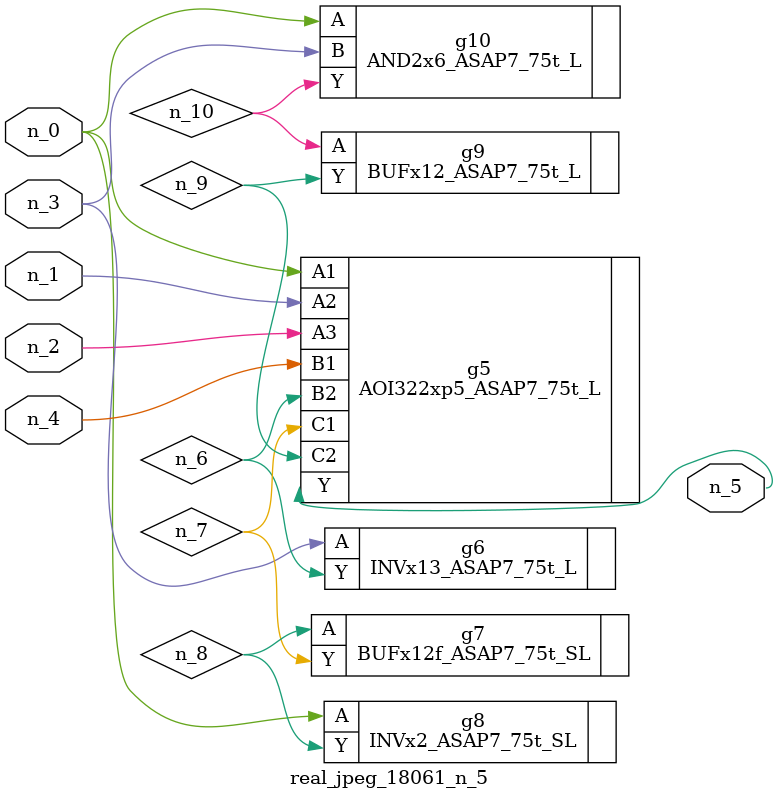
<source format=v>
module real_jpeg_18061_n_5 (n_4, n_0, n_1, n_2, n_3, n_5);

input n_4;
input n_0;
input n_1;
input n_2;
input n_3;

output n_5;

wire n_8;
wire n_6;
wire n_7;
wire n_10;
wire n_9;

AOI322xp5_ASAP7_75t_L g5 ( 
.A1(n_0),
.A2(n_1),
.A3(n_2),
.B1(n_4),
.B2(n_6),
.C1(n_7),
.C2(n_9),
.Y(n_5)
);

INVx2_ASAP7_75t_SL g8 ( 
.A(n_0),
.Y(n_8)
);

AND2x6_ASAP7_75t_L g10 ( 
.A(n_0),
.B(n_3),
.Y(n_10)
);

INVx13_ASAP7_75t_L g6 ( 
.A(n_3),
.Y(n_6)
);

BUFx12f_ASAP7_75t_SL g7 ( 
.A(n_8),
.Y(n_7)
);

BUFx12_ASAP7_75t_L g9 ( 
.A(n_10),
.Y(n_9)
);


endmodule
</source>
